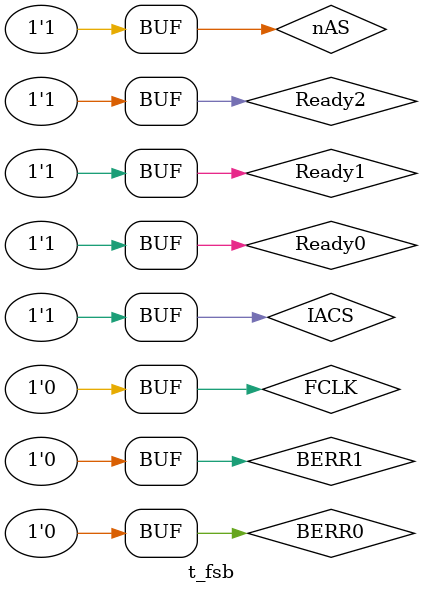
<source format=v>
`timescale 1ns / 1ps


module t_fsb;

	// Inputs
	reg FCLK;
	reg nAS;
	reg Ready0;
	reg Ready1;
	reg Ready2;
	reg BERR0;
	reg BERR1;
	reg IACS;

	// Outputs
	wire nDTACK;
	wire nVPA;
	wire nBERR;
	wire BACT;

	// Instantiate the Unit Under Test (UUT)
	FSB uut (
		.FCLK(FCLK), 
		.nAS(nAS), 
		.nDTACK(nDTACK), 
		.nVPA(nVPA), 
		.nBERR(nBERR), 
		.BACT(BACT), 
		.Ready0(Ready0), 
		.Ready1(Ready1), 
		.Ready2(Ready2), 
		.BERR0(BERR0), 
		.BERR1(BERR1), 
		.IACS(IACS)
	);

	initial begin
		// Initial conditions
		nAS = 1;
		FCLK = 0;
		Ready0 = 0;
		Ready1 = 0;
		Ready2 = 0;
		BERR0 = 0;
		BERR1 = 0;
		IACS = 0;
	
		FCLK = 0; #20;
		FCLK = 1; #20;
		FCLK = 0; #20;
		
		
		/* Regular 4-clock access */
		FCLK = 1; #5;
		nAS = 0;
		IACS = 0;
		Ready0 = 1;
		Ready1 = 1;
		Ready2 = 1;
		#15;
		
		FCLK = 0; #20;
		FCLK = 1; #20;
		FCLK = 0; #20;
		FCLK = 1; #20;
		
		FCLK = 0; #5;
		nAS = 1;
		#15;
	
		FCLK = 1; #20;
		FCLK = 0; #20;
		
		
		/* Units not immediately ready */
		FCLK = 1; #5;
		nAS = 0;
		IACS = 0;
		Ready0 = 0;
		Ready1 = 0;
		Ready2 = 0;
		#15;
		
		FCLK = 0; #20;
		FCLK = 1; #5;
		Ready0 = 1;
		Ready1 = 0;
		Ready2 = 0;
		#15;
		
		FCLK = 0; #20;
		FCLK = 1; #5;
		Ready0 = 0;
		Ready1 = 1;
		Ready2 = 0;
		#15;
		
		FCLK = 0; #20;
		FCLK = 1; #5;
		Ready0 = 0;
		Ready1 = 0;
		Ready2 = 1;
		#15;
		
		FCLK = 0; #20;
		FCLK = 1; #5;
		Ready0 = 0;
		Ready1 = 0;
		Ready2 = 0;
		#15;
		
		FCLK = 0; #20;
		FCLK = 1; #20;
		
		FCLK = 0; #5;
		nAS = 1;
		#15;
	
		FCLK = 1; #20;
		FCLK = 0; #20;
		
		/* Access terminated with /VPA */
		FCLK = 1; #5;
		nAS = 0;
		IACS = 1;
		Ready0 = 1;
		Ready1 = 1;
		Ready2 = 1;
		#15;
		
		FCLK = 0; #20;
		FCLK = 1; #20;
		FCLK = 0; #20;
		FCLK = 1; #20;
		FCLK = 0; #20;
		FCLK = 1; #20;
		FCLK = 0; #20;
		FCLK = 1; #20;
		FCLK = 0; #20;
		FCLK = 1; #20;
		FCLK = 0; #20;
		FCLK = 1; #20;
		
		FCLK = 0; #5;
		nAS = 1;
		#15;
	
		FCLK = 1; #20;
		FCLK = 0; #20;
		
	end
      
endmodule


</source>
